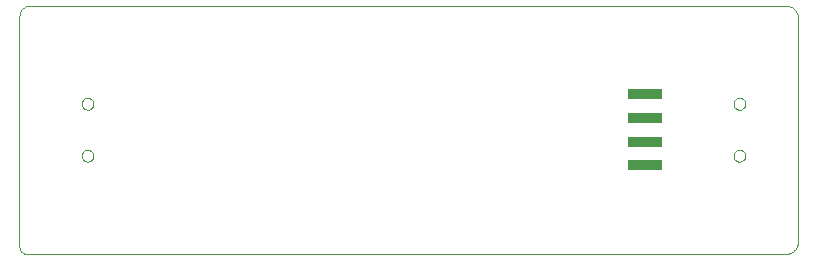
<source format=gbp>
G75*
%MOIN*%
%OFA0B0*%
%FSLAX24Y24*%
%IPPOS*%
%LPD*%
%AMOC8*
5,1,8,0,0,1.08239X$1,22.5*
%
%ADD10C,0.0000*%
%ADD11R,0.1181X0.0354*%
D10*
X000872Y000527D02*
X026208Y000527D01*
X026208Y000528D02*
X026246Y000530D01*
X026283Y000535D01*
X026320Y000545D01*
X026356Y000557D01*
X026390Y000574D01*
X026422Y000593D01*
X026453Y000616D01*
X026481Y000641D01*
X026506Y000669D01*
X026529Y000700D01*
X026548Y000732D01*
X026565Y000766D01*
X026577Y000802D01*
X026587Y000839D01*
X026592Y000876D01*
X026594Y000914D01*
X026594Y008399D01*
X026592Y008438D01*
X026586Y008476D01*
X026577Y008514D01*
X026564Y008551D01*
X026547Y008586D01*
X026527Y008619D01*
X026504Y008650D01*
X026478Y008679D01*
X026449Y008705D01*
X026418Y008728D01*
X026385Y008748D01*
X026350Y008765D01*
X026313Y008778D01*
X026275Y008787D01*
X026237Y008793D01*
X026198Y008795D01*
X000984Y008795D01*
X000949Y008793D01*
X000915Y008788D01*
X000881Y008779D01*
X000848Y008766D01*
X000817Y008750D01*
X000788Y008731D01*
X000761Y008709D01*
X000736Y008684D01*
X000714Y008657D01*
X000695Y008628D01*
X000679Y008597D01*
X000666Y008564D01*
X000657Y008530D01*
X000652Y008496D01*
X000650Y008461D01*
X000649Y008461D02*
X000649Y000750D01*
X000651Y000721D01*
X000657Y000692D01*
X000666Y000665D01*
X000679Y000639D01*
X000695Y000614D01*
X000714Y000592D01*
X000736Y000573D01*
X000760Y000557D01*
X000787Y000544D01*
X000814Y000535D01*
X000843Y000529D01*
X000872Y000527D01*
X002721Y003795D02*
X002723Y003822D01*
X002729Y003849D01*
X002738Y003875D01*
X002751Y003899D01*
X002767Y003922D01*
X002786Y003941D01*
X002808Y003958D01*
X002832Y003972D01*
X002857Y003982D01*
X002884Y003989D01*
X002911Y003992D01*
X002939Y003991D01*
X002966Y003986D01*
X002992Y003978D01*
X003016Y003966D01*
X003039Y003950D01*
X003060Y003932D01*
X003077Y003911D01*
X003092Y003887D01*
X003103Y003862D01*
X003111Y003836D01*
X003115Y003809D01*
X003115Y003781D01*
X003111Y003754D01*
X003103Y003728D01*
X003092Y003703D01*
X003077Y003679D01*
X003060Y003658D01*
X003039Y003640D01*
X003017Y003624D01*
X002992Y003612D01*
X002966Y003604D01*
X002939Y003599D01*
X002911Y003598D01*
X002884Y003601D01*
X002857Y003608D01*
X002832Y003618D01*
X002808Y003632D01*
X002786Y003649D01*
X002767Y003668D01*
X002751Y003691D01*
X002738Y003715D01*
X002729Y003741D01*
X002723Y003768D01*
X002721Y003795D01*
X002721Y005527D02*
X002723Y005554D01*
X002729Y005581D01*
X002738Y005607D01*
X002751Y005631D01*
X002767Y005654D01*
X002786Y005673D01*
X002808Y005690D01*
X002832Y005704D01*
X002857Y005714D01*
X002884Y005721D01*
X002911Y005724D01*
X002939Y005723D01*
X002966Y005718D01*
X002992Y005710D01*
X003016Y005698D01*
X003039Y005682D01*
X003060Y005664D01*
X003077Y005643D01*
X003092Y005619D01*
X003103Y005594D01*
X003111Y005568D01*
X003115Y005541D01*
X003115Y005513D01*
X003111Y005486D01*
X003103Y005460D01*
X003092Y005435D01*
X003077Y005411D01*
X003060Y005390D01*
X003039Y005372D01*
X003017Y005356D01*
X002992Y005344D01*
X002966Y005336D01*
X002939Y005331D01*
X002911Y005330D01*
X002884Y005333D01*
X002857Y005340D01*
X002832Y005350D01*
X002808Y005364D01*
X002786Y005381D01*
X002767Y005400D01*
X002751Y005423D01*
X002738Y005447D01*
X002729Y005473D01*
X002723Y005500D01*
X002721Y005527D01*
X024452Y005527D02*
X024454Y005554D01*
X024460Y005581D01*
X024469Y005607D01*
X024482Y005631D01*
X024498Y005654D01*
X024517Y005673D01*
X024539Y005690D01*
X024563Y005704D01*
X024588Y005714D01*
X024615Y005721D01*
X024642Y005724D01*
X024670Y005723D01*
X024697Y005718D01*
X024723Y005710D01*
X024747Y005698D01*
X024770Y005682D01*
X024791Y005664D01*
X024808Y005643D01*
X024823Y005619D01*
X024834Y005594D01*
X024842Y005568D01*
X024846Y005541D01*
X024846Y005513D01*
X024842Y005486D01*
X024834Y005460D01*
X024823Y005435D01*
X024808Y005411D01*
X024791Y005390D01*
X024770Y005372D01*
X024748Y005356D01*
X024723Y005344D01*
X024697Y005336D01*
X024670Y005331D01*
X024642Y005330D01*
X024615Y005333D01*
X024588Y005340D01*
X024563Y005350D01*
X024539Y005364D01*
X024517Y005381D01*
X024498Y005400D01*
X024482Y005423D01*
X024469Y005447D01*
X024460Y005473D01*
X024454Y005500D01*
X024452Y005527D01*
X024452Y003795D02*
X024454Y003822D01*
X024460Y003849D01*
X024469Y003875D01*
X024482Y003899D01*
X024498Y003922D01*
X024517Y003941D01*
X024539Y003958D01*
X024563Y003972D01*
X024588Y003982D01*
X024615Y003989D01*
X024642Y003992D01*
X024670Y003991D01*
X024697Y003986D01*
X024723Y003978D01*
X024747Y003966D01*
X024770Y003950D01*
X024791Y003932D01*
X024808Y003911D01*
X024823Y003887D01*
X024834Y003862D01*
X024842Y003836D01*
X024846Y003809D01*
X024846Y003781D01*
X024842Y003754D01*
X024834Y003728D01*
X024823Y003703D01*
X024808Y003679D01*
X024791Y003658D01*
X024770Y003640D01*
X024748Y003624D01*
X024723Y003612D01*
X024697Y003604D01*
X024670Y003599D01*
X024642Y003598D01*
X024615Y003601D01*
X024588Y003608D01*
X024563Y003618D01*
X024539Y003632D01*
X024517Y003649D01*
X024498Y003668D01*
X024482Y003691D01*
X024469Y003715D01*
X024460Y003741D01*
X024454Y003768D01*
X024452Y003795D01*
D11*
X021496Y003480D03*
X021496Y004268D03*
X021496Y005055D03*
X021496Y005842D03*
M02*

</source>
